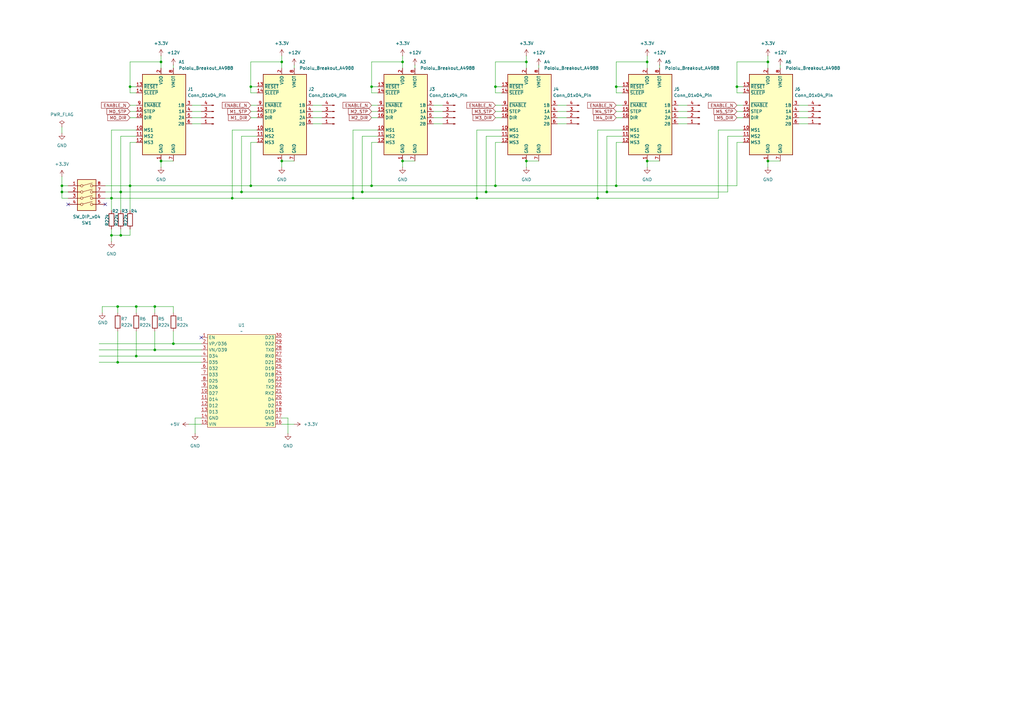
<source format=kicad_sch>
(kicad_sch (version 20250114) (generator "eeschema") (generator_version "9.0")
  (paper "A3")
  (lib_symbols
    (symbol "Connector:Conn_01x04_Pin" (pin_names (offset 1.016) (hide yes))
      (property "Reference" "J" (at 0 5.08 0))
      (property "Value" "Conn_01x04_Pin" (at 0 -7.62 0))
      (symbol "Conn_01x04_Pin_1_1"
        (rectangle (start 0.8636 2.667) (end 0 2.413) (stroke (width 0.1524)) (fill (type outline)))
        (rectangle (start 0.8636 0.127) (end 0 -0.127) (stroke (width 0.1524)) (fill (type outline)))
        (rectangle (start 0.8636 -2.413) (end 0 -2.667) (stroke (width 0.1524)) (fill (type outline)))
        (rectangle (start 0.8636 -4.953) (end 0 -5.207) (stroke (width 0.1524)) (fill (type outline)))
        (polyline (pts (xy 1.27 2.54) (xy 0.8636 2.54)) (stroke (width 0.1524)))
        (polyline (pts (xy 1.27 0) (xy 0.8636 0)) (stroke (width 0.1524)))
        (polyline (pts (xy 1.27 -2.54) (xy 0.8636 -2.54)) (stroke (width 0.1524)))
        (polyline (pts (xy 1.27 -5.08) (xy 0.8636 -5.08)) (stroke (width 0.1524)))
        (pin passive line (at 5.08 2.54 180) (length 3.81) (name "Pin_1") (number "1"))
        (pin passive line (at 5.08 0 180) (length 3.81) (name "Pin_2") (number "2"))
        (pin passive line (at 5.08 -2.54 180) (length 3.81) (name "Pin_3") (number "3"))
        (pin passive line (at 5.08 -5.08 180) (length 3.81) (name "Pin_4") (number "4"))
      )
    )
    (symbol "Device:R" (pin_numbers (hide yes)) (pin_names (offset 0))
      (property "Reference" "R" (at 2.032 0 90))
      (property "Value" "R" (at 0 0 90))
      (symbol "R_0_1"
        (rectangle (start -1.016 -2.54) (end 1.016 2.54) (stroke (width 0.254)))
      )
      (symbol "R_1_1"
        (pin passive line (at 0 3.81 270) (length 1.27) (name "~") (number "1"))
        (pin passive line (at 0 -3.81 90) (length 1.27) (name "~") (number "2"))
      )
    )
    (symbol "Driver_Motor:Pololu_Breakout_A4988"
      (property "Reference" "A" (at -2.54 19.05 0))
      (property "Value" "Pololu_Breakout_A4988" (at -2.54 16.51 0))
      (symbol "Pololu_Breakout_A4988_0_1"
        (rectangle (start 10.16 -17.78) (end -7.62 15.24) (stroke (width 0.254)) (fill (type background)))
      )
      (symbol "Pololu_Breakout_A4988_1_1"
        (pin input line (at -10.16 10.16 0) (length 2.54) (name "~{RESET}") (number "13"))
        (pin input line (at -10.16 7.62 0) (length 2.54) (name "~{SLEEP}") (number "14"))
        (pin input line (at -10.16 2.54 0) (length 2.54) (name "~{ENABLE}") (number "9"))
        (pin input line (at -10.16 0 0) (length 2.54) (name "STEP") (number "15"))
        (pin input line (at -10.16 -2.54 0) (length 2.54) (name "DIR") (number "16"))
        (pin input line (at -10.16 -7.62 0) (length 2.54) (name "MS1") (number "10"))
        (pin input line (at -10.16 -10.16 0) (length 2.54) (name "MS2") (number "11"))
        (pin input line (at -10.16 -12.7 0) (length 2.54) (name "MS3") (number "12"))
        (pin power_in line (at 0 17.78 270) (length 2.54) (name "VDD") (number "2"))
        (pin power_in line (at 0 -20.32 90) (length 2.54) (name "GND") (number "1"))
        (pin power_in line (at 5.08 17.78 270) (length 2.54) (name "VMOT") (number "8"))
        (pin power_in line (at 5.08 -20.32 90) (length 2.54) (name "GND") (number "7"))
        (pin output line (at 12.7 2.54 180) (length 2.54) (name "1B") (number "3"))
        (pin output line (at 12.7 0 180) (length 2.54) (name "1A") (number "4"))
        (pin output line (at 12.7 -2.54 180) (length 2.54) (name "2A") (number "5"))
        (pin output line (at 12.7 -5.08 180) (length 2.54) (name "2B") (number "6"))
      )
    )
    (symbol "Switch:SW_DIP_x04" (pin_names (offset 0) (hide yes))
      (property "Reference" "SW" (at 0 8.89 0))
      (property "Value" "SW_DIP_x04" (at 0 -6.35 0))
      (symbol "SW_DIP_x04_0_0"
        (circle (center -2.032 5.08) (radius 0.508))
        (circle (center -2.032 2.54) (radius 0.508))
        (circle (center -2.032 0) (radius 0.508))
        (circle (center -2.032 -2.54) (radius 0.508))
        (polyline (pts (xy -1.524 5.207) (xy 2.3622 6.2484)))
        (polyline (pts (xy -1.524 2.667) (xy 2.3622 3.7084)))
        (polyline (pts (xy -1.524 0.127) (xy 2.3622 1.1684)))
        (polyline (pts (xy -1.524 -2.3876) (xy 2.3622 -1.3462)))
        (circle (center 2.032 5.08) (radius 0.508))
        (circle (center 2.032 2.54) (radius 0.508))
        (circle (center 2.032 0) (radius 0.508))
        (circle (center 2.032 -2.54) (radius 0.508))
      )
      (symbol "SW_DIP_x04_0_1"
        (rectangle (start -3.81 7.62) (end 3.81 -5.08) (stroke (width 0.254)) (fill (type background)))
      )
      (symbol "SW_DIP_x04_1_1"
        (pin passive line (at -7.62 5.08 0) (length 5.08) (name "~") (number "1"))
        (pin passive line (at -7.62 2.54 0) (length 5.08) (name "~") (number "2"))
        (pin passive line (at -7.62 0 0) (length 5.08) (name "~") (number "3"))
        (pin passive line (at -7.62 -2.54 0) (length 5.08) (name "~") (number "4"))
        (pin passive line (at 7.62 5.08 180) (length 5.08) (name "~") (number "8"))
        (pin passive line (at 7.62 2.54 180) (length 5.08) (name "~") (number "7"))
        (pin passive line (at 7.62 0 180) (length 5.08) (name "~") (number "6"))
        (pin passive line (at 7.62 -2.54 180) (length 5.08) (name "~") (number "5"))
      )
    )
    (symbol "plotter:esp32_wroom_doit_devB"
      (property "Reference" "U1" (at 0 22.86 0))
      (property "Value" "~" (at 0 20.32 0))
      (symbol "esp32_wroom_doit_devB_1_1"
        (rectangle (start -13.97 19.05) (end 13.97 -19.05) (fill (type background)))
        (pin input line (at -16.51 17.78 0) (length 2.54) (name "EN") (number "1"))
        (pin input line (at -16.51 15.24 0) (length 2.54) (name "VP/D36") (number "2"))
        (pin input line (at -16.51 12.7 0) (length 2.54) (name "VN/D39") (number "3"))
        (pin input line (at -16.51 10.16 0) (length 2.54) (name "D34") (number "4"))
        (pin input line (at -16.51 7.62 0) (length 2.54) (name "D35") (number "5"))
        (pin output line (at -16.51 5.08 0) (length 2.54) (name "D32") (number "6"))
        (pin output line (at -16.51 2.54 0) (length 2.54) (name "D33") (number "7"))
        (pin output line (at -16.51 0 0) (length 2.54) (name "D25") (number "8"))
        (pin output line (at -16.51 -2.54 0) (length 2.54) (name "D26") (number "9"))
        (pin output line (at -16.51 -5.08 0) (length 2.54) (name "D27") (number "10"))
        (pin input line (at -16.51 -7.62 0) (length 2.54) (name "D14") (number "11"))
        (pin input line (at -16.51 -10.16 0) (length 2.54) (name "D12") (number "12"))
        (pin output line (at -16.51 -12.7 0) (length 2.54) (name "D13") (number "13"))
        (pin input line (at -16.51 -15.24 0) (length 2.54) (name "GND") (number "14"))
        (pin input line (at -16.51 -17.78 0) (length 2.54) (name "VIN") (number "15"))
        (pin input line (at 16.51 17.78 180) (length 2.54) (name "D23") (number "30"))
        (pin input line (at 16.51 15.24 180) (length 2.54) (name "D22") (number "29"))
        (pin input line (at 16.51 12.7 180) (length 2.54) (name "TX0") (number "28"))
        (pin input line (at 16.51 10.16 180) (length 2.54) (name "RX0") (number "27"))
        (pin output line (at 16.51 7.62 180) (length 2.54) (name "D21") (number "26"))
        (pin output line (at 16.51 5.08 180) (length 2.54) (name "D19") (number "25"))
        (pin output line (at 16.51 2.54 180) (length 2.54) (name "D18") (number "24"))
        (pin input line (at 16.51 0 180) (length 2.54) (name "D5") (number "23"))
        (pin input line (at 16.51 -2.54 180) (length 2.54) (name "TX2") (number "22"))
        (pin input line (at 16.51 -5.08 180) (length 2.54) (name "RX2") (number "21"))
        (pin input line (at 16.51 -7.62 180) (length 2.54) (name "D4") (number "20"))
        (pin input line (at 16.51 -10.16 180) (length 2.54) (name "D2") (number "19"))
        (pin input line (at 16.51 -12.7 180) (length 2.54) (name "D15") (number "18"))
        (pin input line (at 16.51 -15.24 180) (length 2.54) (name "GND") (number "17"))
        (pin power_out line (at 16.51 -17.78 180) (length 2.54) (name "3V3") (number "16"))
      )
    )
    (symbol "power:+12V" (power) (pin_numbers (hide yes)) (pin_names (offset 0) (hide yes))
      (property "Value" "+12V" (at 0 3.556 0))
      (symbol "+12V_0_1"
        (polyline (pts (xy -0.762 1.27) (xy 0 2.54)))
        (polyline (pts (xy 0 2.54) (xy 0.762 1.27)))
        (polyline (pts (xy 0 0) (xy 0 2.54)))
      )
      (symbol "+12V_1_1"
        (pin power_in line (at 0 0 90) (length 0) (name "~") (number "1"))
      )
    )
    (symbol "power:+3.3V" (power) (pin_numbers (hide yes)) (pin_names (offset 0) (hide yes))
      (property "Value" "+3.3V" (at 0 3.556 0))
      (symbol "+3.3V_0_1"
        (polyline (pts (xy -0.762 1.27) (xy 0 2.54)))
        (polyline (pts (xy 0 2.54) (xy 0.762 1.27)))
        (polyline (pts (xy 0 0) (xy 0 2.54)))
      )
      (symbol "+3.3V_1_1"
        (pin power_in line (at 0 0 90) (length 0) (name "~") (number "1"))
      )
    )
    (symbol "power:+5V" (power) (pin_numbers (hide yes)) (pin_names (offset 0) (hide yes))
      (property "Value" "+5V" (at 0 3.556 0))
      (symbol "+5V_0_1"
        (polyline (pts (xy -0.762 1.27) (xy 0 2.54)))
        (polyline (pts (xy 0 2.54) (xy 0.762 1.27)))
        (polyline (pts (xy 0 0) (xy 0 2.54)))
      )
      (symbol "+5V_1_1"
        (pin power_in line (at 0 0 90) (length 0) (name "~") (number "1"))
      )
    )
    (symbol "power:GND" (power) (pin_numbers (hide yes)) (pin_names (offset 0) (hide yes))
      (property "Value" "GND" (at 0 -3.81 0))
      (symbol "GND_0_1"
        (polyline (pts (xy 0 0) (xy 0 -1.27) (xy 1.27 -1.27) (xy 0 -2.54) (xy -1.27 -1.27) (xy 0 -1.27)))
      )
      (symbol "GND_1_1"
        (pin power_in line (at 0 0 270) (length 0) (name "~") (number "1"))
      )
    )
    (symbol "power:PWR_FLAG" (power) (pin_numbers (hide yes)) (pin_names (offset 0) (hide yes))
      (property "Value" "PWR_FLAG" (at 0 3.81 0))
      (symbol "PWR_FLAG_0_0"
        (pin power_out line (at 0 0 90) (length 0) (name "~") (number "1"))
      )
      (symbol "PWR_FLAG_0_1"
        (polyline (pts (xy 0 0) (xy 0 1.27) (xy -1.016 1.905) (xy 0 2.54) (xy 1.016 1.905) (xy 0 1.27)))
      )
    )
  )
  (junction (at 53.34 35.56))
  (junction (at 53.34 76.2))
  (junction (at 152.4 35.56))
  (junction (at 48.26 125.73))
  (junction (at 48.26 148.59))
  (junction (at 66.04 25.4))
  (junction (at 102.87 35.56))
  (junction (at 314.96 25.4))
  (junction (at 49.53 96.52))
  (junction (at 252.73 76.2))
  (junction (at 55.88 146.05))
  (junction (at 165.1 25.4))
  (junction (at 314.96 66.04))
  (junction (at 49.53 78.74))
  (junction (at 195.58 81.28))
  (junction (at 115.57 66.04))
  (junction (at 99.06 78.74))
  (junction (at 165.1 66.04))
  (junction (at 95.25 81.28))
  (junction (at 63.5 143.51))
  (junction (at 63.5 125.73))
  (junction (at 248.92 78.74))
  (junction (at 115.57 25.4))
  (junction (at 203.2 76.2))
  (junction (at 245.11 81.28))
  (junction (at 102.87 76.2))
  (junction (at 199.39 78.74))
  (junction (at 144.78 81.28))
  (junction (at 252.73 35.56))
  (junction (at 55.88 125.73))
  (junction (at 66.04 66.04))
  (junction (at 215.9 25.4))
  (junction (at 45.72 96.52))
  (junction (at 215.9 66.04))
  (junction (at 265.43 66.04))
  (junction (at 71.12 140.97))
  (junction (at 152.4 76.2))
  (junction (at 45.72 81.28))
  (junction (at 148.59 78.74))
  (junction (at 25.4 76.2))
  (junction (at 25.4 78.74))
  (junction (at 203.2 35.56))
  (junction (at 302.26 35.56))
  (junction (at 265.43 25.4))
  (no_connect (at 27.94 83.82))
  (no_connect (at 82.55 138.43))
  (no_connect (at 43.18 83.82))
  (wire (pts (xy 199.39 55.88) (xy 205.74 55.88)))
  (wire (pts (xy 128.27 45.72) (xy 132.08 45.72)))
  (wire (pts (xy 53.34 76.2) (xy 53.34 86.36)))
  (wire (pts (xy 278.13 43.18) (xy 281.94 43.18)))
  (wire (pts (xy 66.04 25.4) (xy 66.04 27.94)))
  (wire (pts (xy 320.04 26.67) (xy 320.04 27.94)))
  (wire (pts (xy 327.66 43.18) (xy 331.47 43.18)))
  (wire (pts (xy 45.72 53.34) (xy 55.88 53.34)))
  (wire (pts (xy 298.45 55.88) (xy 304.8 55.88)))
  (wire (pts (xy 53.34 45.72) (xy 55.88 45.72)))
  (wire (pts (xy 49.53 78.74) (xy 99.06 78.74)))
  (wire (pts (xy 302.26 43.18) (xy 304.8 43.18)))
  (wire (pts (xy 203.2 48.26) (xy 205.74 48.26)))
  (wire (pts (xy 128.27 50.8) (xy 132.08 50.8)))
  (wire (pts (xy 152.4 76.2) (xy 152.4 58.42)))
  (wire (pts (xy 152.4 45.72) (xy 154.94 45.72)))
  (wire (pts (xy 95.25 81.28) (xy 144.78 81.28)))
  (wire (pts (xy 327.66 48.26) (xy 331.47 48.26)))
  (wire (pts (xy 48.26 125.73) (xy 48.26 128.27)))
  (wire (pts (xy 115.57 66.04) (xy 120.65 66.04)))
  (wire (pts (xy 294.64 53.34) (xy 304.8 53.34)))
  (wire (pts (xy 252.73 35.56) (xy 252.73 38.1)))
  (wire (pts (xy 45.72 81.28) (xy 95.25 81.28)))
  (wire (pts (xy 215.9 66.04) (xy 215.9 68.58)))
  (wire (pts (xy 53.34 35.56) (xy 55.88 35.56)))
  (wire (pts (xy 99.06 55.88) (xy 105.41 55.88)))
  (wire (pts (xy 195.58 81.28) (xy 195.58 53.34)))
  (wire (pts (xy 48.26 148.59) (xy 48.26 135.89)))
  (wire (pts (xy 78.74 48.26) (xy 82.55 48.26)))
  (wire (pts (xy 115.57 25.4) (xy 115.57 27.94)))
  (wire (pts (xy 55.88 38.1) (xy 53.34 38.1)))
  (wire (pts (xy 45.72 96.52) (xy 49.53 96.52)))
  (wire (pts (xy 165.1 25.4) (xy 152.4 25.4)))
  (wire (pts (xy 252.73 43.18) (xy 255.27 43.18)))
  (wire (pts (xy 99.06 78.74) (xy 99.06 55.88)))
  (wire (pts (xy 152.4 25.4) (xy 152.4 35.56)))
  (wire (pts (xy 152.4 35.56) (xy 152.4 38.1)))
  (wire (pts (xy 63.5 143.51) (xy 63.5 135.89)))
  (wire (pts (xy 43.18 78.74) (xy 49.53 78.74)))
  (wire (pts (xy 78.74 45.72) (xy 82.55 45.72)))
  (wire (pts (xy 102.87 35.56) (xy 102.87 38.1)))
  (wire (pts (xy 298.45 78.74) (xy 298.45 55.88)))
  (wire (pts (xy 66.04 66.04) (xy 66.04 68.58)))
  (wire (pts (xy 170.18 26.67) (xy 170.18 27.94)))
  (wire (pts (xy 25.4 78.74) (xy 25.4 81.28)))
  (wire (pts (xy 82.55 148.59) (xy 48.26 148.59)))
  (wire (pts (xy 215.9 25.4) (xy 215.9 27.94)))
  (wire (pts (xy 25.4 76.2) (xy 27.94 76.2)))
  (wire (pts (xy 248.92 78.74) (xy 248.92 55.88)))
  (wire (pts (xy 45.72 81.28) (xy 45.72 53.34)))
  (wire (pts (xy 53.34 43.18) (xy 55.88 43.18)))
  (wire (pts (xy 63.5 125.73) (xy 63.5 128.27)))
  (wire (pts (xy 25.4 76.2) (xy 25.4 78.74)))
  (wire (pts (xy 199.39 78.74) (xy 248.92 78.74)))
  (wire (pts (xy 302.26 58.42) (xy 304.8 58.42)))
  (wire (pts (xy 95.25 81.28) (xy 95.25 53.34)))
  (wire (pts (xy 144.78 81.28) (xy 195.58 81.28)))
  (wire (pts (xy 49.53 96.52) (xy 53.34 96.52)))
  (wire (pts (xy 177.8 50.8) (xy 181.61 50.8)))
  (wire (pts (xy 165.1 66.04) (xy 170.18 66.04)))
  (wire (pts (xy 327.66 45.72) (xy 331.47 45.72)))
  (wire (pts (xy 220.98 26.67) (xy 220.98 27.94)))
  (wire (pts (xy 144.78 81.28) (xy 144.78 53.34)))
  (wire (pts (xy 82.55 143.51) (xy 63.5 143.51)))
  (wire (pts (xy 102.87 43.18) (xy 105.41 43.18)))
  (wire (pts (xy 228.6 45.72) (xy 232.41 45.72)))
  (wire (pts (xy 82.55 146.05) (xy 55.88 146.05)))
  (wire (pts (xy 302.26 35.56) (xy 302.26 38.1)))
  (wire (pts (xy 177.8 45.72) (xy 181.61 45.72)))
  (wire (pts (xy 148.59 55.88) (xy 154.94 55.88)))
  (wire (pts (xy 265.43 25.4) (xy 265.43 27.94)))
  (wire (pts (xy 78.74 43.18) (xy 82.55 43.18)))
  (wire (pts (xy 252.73 58.42) (xy 255.27 58.42)))
  (wire (pts (xy 25.4 52.07) (xy 25.4 54.61)))
  (wire (pts (xy 245.11 81.28) (xy 294.64 81.28)))
  (wire (pts (xy 195.58 81.28) (xy 245.11 81.28)))
  (wire (pts (xy 152.4 76.2) (xy 203.2 76.2)))
  (wire (pts (xy 203.2 58.42) (xy 205.74 58.42)))
  (wire (pts (xy 203.2 35.56) (xy 205.74 35.56)))
  (wire (pts (xy 203.2 76.2) (xy 252.73 76.2)))
  (wire (pts (xy 80.01 171.45) (xy 82.55 171.45)))
  (wire (pts (xy 40.64 146.05) (xy 55.88 146.05)))
  (wire (pts (xy 95.25 53.34) (xy 105.41 53.34)))
  (wire (pts (xy 265.43 66.04) (xy 270.51 66.04)))
  (wire (pts (xy 252.73 25.4) (xy 252.73 35.56)))
  (wire (pts (xy 53.34 76.2) (xy 53.34 58.42)))
  (wire (pts (xy 49.53 78.74) (xy 49.53 86.36)))
  (wire (pts (xy 53.34 76.2) (xy 102.87 76.2)))
  (wire (pts (xy 302.26 35.56) (xy 304.8 35.56)))
  (wire (pts (xy 49.53 96.52) (xy 49.53 93.98)))
  (wire (pts (xy 245.11 53.34) (xy 255.27 53.34)))
  (wire (pts (xy 43.18 76.2) (xy 53.34 76.2)))
  (wire (pts (xy 152.4 35.56) (xy 154.94 35.56)))
  (wire (pts (xy 40.64 140.97) (xy 71.12 140.97)))
  (wire (pts (xy 99.06 78.74) (xy 148.59 78.74)))
  (wire (pts (xy 120.65 26.67) (xy 120.65 27.94)))
  (wire (pts (xy 45.72 96.52) (xy 45.72 99.06)))
  (wire (pts (xy 302.26 48.26) (xy 304.8 48.26)))
  (wire (pts (xy 53.34 35.56) (xy 53.34 38.1)))
  (wire (pts (xy 77.47 173.99) (xy 82.55 173.99)))
  (wire (pts (xy 248.92 55.88) (xy 255.27 55.88)))
  (wire (pts (xy 105.41 38.1) (xy 102.87 38.1)))
  (wire (pts (xy 115.57 22.86) (xy 115.57 25.4)))
  (wire (pts (xy 252.73 76.2) (xy 302.26 76.2)))
  (wire (pts (xy 115.57 173.99) (xy 120.65 173.99)))
  (wire (pts (xy 265.43 66.04) (xy 265.43 68.58)))
  (wire (pts (xy 45.72 81.28) (xy 45.72 86.36)))
  (wire (pts (xy 148.59 78.74) (xy 199.39 78.74)))
  (wire (pts (xy 203.2 43.18) (xy 205.74 43.18)))
  (wire (pts (xy 177.8 48.26) (xy 181.61 48.26)))
  (wire (pts (xy 40.64 143.51) (xy 63.5 143.51)))
  (wire (pts (xy 53.34 58.42) (xy 55.88 58.42)))
  (wire (pts (xy 205.74 38.1) (xy 203.2 38.1)))
  (wire (pts (xy 215.9 66.04) (xy 220.98 66.04)))
  (wire (pts (xy 314.96 66.04) (xy 314.96 68.58)))
  (wire (pts (xy 215.9 22.86) (xy 215.9 25.4)))
  (wire (pts (xy 215.9 25.4) (xy 203.2 25.4)))
  (wire (pts (xy 63.5 125.73) (xy 71.12 125.73)))
  (wire (pts (xy 102.87 48.26) (xy 105.41 48.26)))
  (wire (pts (xy 53.34 48.26) (xy 55.88 48.26)))
  (wire (pts (xy 71.12 125.73) (xy 71.12 128.27)))
  (wire (pts (xy 115.57 66.04) (xy 115.57 68.58)))
  (wire (pts (xy 248.92 78.74) (xy 298.45 78.74)))
  (wire (pts (xy 66.04 25.4) (xy 53.34 25.4)))
  (wire (pts (xy 25.4 78.74) (xy 27.94 78.74)))
  (wire (pts (xy 165.1 25.4) (xy 165.1 27.94)))
  (wire (pts (xy 278.13 50.8) (xy 281.94 50.8)))
  (wire (pts (xy 228.6 50.8) (xy 232.41 50.8)))
  (wire (pts (xy 152.4 48.26) (xy 154.94 48.26)))
  (wire (pts (xy 152.4 43.18) (xy 154.94 43.18)))
  (wire (pts (xy 165.1 22.86) (xy 165.1 25.4)))
  (wire (pts (xy 252.73 35.56) (xy 255.27 35.56)))
  (wire (pts (xy 144.78 53.34) (xy 154.94 53.34)))
  (wire (pts (xy 80.01 177.8) (xy 80.01 171.45)))
  (wire (pts (xy 278.13 48.26) (xy 281.94 48.26)))
  (wire (pts (xy 53.34 96.52) (xy 53.34 93.98)))
  (wire (pts (xy 45.72 96.52) (xy 45.72 93.98)))
  (wire (pts (xy 302.26 25.4) (xy 302.26 35.56)))
  (wire (pts (xy 177.8 43.18) (xy 181.61 43.18)))
  (wire (pts (xy 304.8 38.1) (xy 302.26 38.1)))
  (wire (pts (xy 49.53 55.88) (xy 55.88 55.88)))
  (wire (pts (xy 118.11 177.8) (xy 118.11 171.45)))
  (wire (pts (xy 71.12 135.89) (xy 71.12 140.97)))
  (wire (pts (xy 245.11 81.28) (xy 245.11 53.34)))
  (wire (pts (xy 49.53 78.74) (xy 49.53 55.88)))
  (wire (pts (xy 203.2 76.2) (xy 203.2 58.42)))
  (wire (pts (xy 25.4 81.28) (xy 27.94 81.28)))
  (wire (pts (xy 128.27 43.18) (xy 132.08 43.18)))
  (wire (pts (xy 55.88 146.05) (xy 55.88 135.89)))
  (wire (pts (xy 102.87 35.56) (xy 105.41 35.56)))
  (wire (pts (xy 71.12 140.97) (xy 82.55 140.97)))
  (wire (pts (xy 66.04 22.86) (xy 66.04 25.4)))
  (wire (pts (xy 314.96 25.4) (xy 314.96 27.94)))
  (wire (pts (xy 314.96 25.4) (xy 302.26 25.4)))
  (wire (pts (xy 203.2 35.56) (xy 203.2 38.1)))
  (wire (pts (xy 152.4 58.42) (xy 154.94 58.42)))
  (wire (pts (xy 302.26 76.2) (xy 302.26 58.42)))
  (wire (pts (xy 102.87 76.2) (xy 102.87 58.42)))
  (wire (pts (xy 278.13 45.72) (xy 281.94 45.72)))
  (wire (pts (xy 252.73 76.2) (xy 252.73 58.42)))
  (wire (pts (xy 41.91 128.27) (xy 41.91 125.73)))
  (wire (pts (xy 115.57 25.4) (xy 102.87 25.4)))
  (wire (pts (xy 66.04 66.04) (xy 71.12 66.04)))
  (wire (pts (xy 102.87 45.72) (xy 105.41 45.72)))
  (wire (pts (xy 265.43 25.4) (xy 252.73 25.4)))
  (wire (pts (xy 203.2 45.72) (xy 205.74 45.72)))
  (wire (pts (xy 228.6 43.18) (xy 232.41 43.18)))
  (wire (pts (xy 55.88 125.73) (xy 55.88 128.27)))
  (wire (pts (xy 43.18 81.28) (xy 45.72 81.28)))
  (wire (pts (xy 102.87 58.42) (xy 105.41 58.42)))
  (wire (pts (xy 53.34 25.4) (xy 53.34 35.56)))
  (wire (pts (xy 78.74 50.8) (xy 82.55 50.8)))
  (wire (pts (xy 294.64 81.28) (xy 294.64 53.34)))
  (wire (pts (xy 48.26 125.73) (xy 55.88 125.73)))
  (wire (pts (xy 265.43 22.86) (xy 265.43 25.4)))
  (wire (pts (xy 118.11 171.45) (xy 115.57 171.45)))
  (wire (pts (xy 41.91 125.73) (xy 48.26 125.73)))
  (wire (pts (xy 314.96 66.04) (xy 320.04 66.04)))
  (wire (pts (xy 327.66 50.8) (xy 331.47 50.8)))
  (wire (pts (xy 252.73 48.26) (xy 255.27 48.26)))
  (wire (pts (xy 55.88 125.73) (xy 63.5 125.73)))
  (wire (pts (xy 40.64 148.59) (xy 48.26 148.59)))
  (wire (pts (xy 195.58 53.34) (xy 205.74 53.34)))
  (wire (pts (xy 252.73 45.72) (xy 255.27 45.72)))
  (wire (pts (xy 71.12 26.67) (xy 71.12 27.94)))
  (wire (pts (xy 148.59 78.74) (xy 148.59 55.88)))
  (wire (pts (xy 128.27 48.26) (xy 132.08 48.26)))
  (wire (pts (xy 203.2 25.4) (xy 203.2 35.56)))
  (wire (pts (xy 199.39 78.74) (xy 199.39 55.88)))
  (wire (pts (xy 314.96 22.86) (xy 314.96 25.4)))
  (wire (pts (xy 154.94 38.1) (xy 152.4 38.1)))
  (wire (pts (xy 165.1 66.04) (xy 165.1 68.58)))
  (wire (pts (xy 302.26 45.72) (xy 304.8 45.72)))
  (wire (pts (xy 270.51 26.67) (xy 270.51 27.94)))
  (wire (pts (xy 228.6 48.26) (xy 232.41 48.26)))
  (wire (pts (xy 255.27 38.1) (xy 252.73 38.1)))
  (wire (pts (xy 102.87 25.4) (xy 102.87 35.56)))
  (wire (pts (xy 25.4 72.39) (xy 25.4 76.2)))
  (wire (pts (xy 102.87 76.2) (xy 152.4 76.2)))
  (global_label "M4_STP" (shape input) (at 252.73 45.72 180) (property "Intersheetrefs" "${INTERSHEET_REFS}" (effects (hide yes))))
  (global_label "ENABLE_N" (shape input) (at 252.73 43.18 180) (property "Intersheetrefs" "${INTERSHEET_REFS}" (effects (hide yes))))
  (global_label "M1_DIR" (shape input) (at 102.87 48.26 180) (property "Intersheetrefs" "${INTERSHEET_REFS}" (effects (hide yes))))
  (global_label "M1_STP" (shape input) (at 102.87 45.72 180) (property "Intersheetrefs" "${INTERSHEET_REFS}" (effects (hide yes))))
  (global_label "ENABLE_N" (shape input) (at 302.26 43.18 180) (property "Intersheetrefs" "${INTERSHEET_REFS}" (effects (hide yes))))
  (global_label "M0_STP" (shape input) (at 53.34 45.72 180) (property "Intersheetrefs" "${INTERSHEET_REFS}" (effects (hide yes))))
  (global_label "M2_STP" (shape input) (at 152.4 45.72 180) (property "Intersheetrefs" "${INTERSHEET_REFS}" (effects (hide yes))))
  (global_label "M3_STP" (shape input) (at 203.2 45.72 180) (property "Intersheetrefs" "${INTERSHEET_REFS}" (effects (hide yes))))
  (global_label "M0_DIR" (shape input) (at 53.34 48.26 180) (property "Intersheetrefs" "${INTERSHEET_REFS}" (effects (hide yes))))
  (global_label "M5_STP" (shape input) (at 302.26 45.72 180) (property "Intersheetrefs" "${INTERSHEET_REFS}" (effects (hide yes))))
  (global_label "ENABLE_N" (shape input) (at 152.4 43.18 180) (property "Intersheetrefs" "${INTERSHEET_REFS}" (effects (hide yes))))
  (global_label "M3_DIR" (shape input) (at 203.2 48.26 180) (property "Intersheetrefs" "${INTERSHEET_REFS}" (effects (hide yes))))
  (global_label "ENABLE_N" (shape input) (at 203.2 43.18 180) (property "Intersheetrefs" "${INTERSHEET_REFS}" (effects (hide yes))))
  (global_label "M2_DIR" (shape input) (at 152.4 48.26 180) (property "Intersheetrefs" "${INTERSHEET_REFS}" (effects (hide yes))))
  (global_label "M4_DIR" (shape input) (at 252.73 48.26 180) (property "Intersheetrefs" "${INTERSHEET_REFS}" (effects (hide yes))))
  (global_label "M5_DIR" (shape input) (at 302.26 48.26 180) (property "Intersheetrefs" "${INTERSHEET_REFS}" (effects (hide yes))))
  (global_label "ENABLE_N" (shape input) (at 53.34 43.18 180) (property "Intersheetrefs" "${INTERSHEET_REFS}" (effects (hide yes))))
  (global_label "ENABLE_N" (shape input) (at 102.87 43.18 180) (property "Intersheetrefs" "${INTERSHEET_REFS}" (effects (hide yes))))
  (symbol (lib_id "power:GND") (at 45.72 99.06 0) (unit 1)
    (property "Reference" "#PWR04" (effects (hide yes)))
    (property "Value" "GND" (at 45.72 104.14 0))
    (property "Description" "Power symbol creates a global label with name \"GND\" , ground" (effects (hide yes)))
  )
  (symbol (lib_id "power:+3.3V") (at 66.04 22.86 0) (unit 1)
    (property "Reference" "#PWR03" (effects (hide yes)))
    (property "Value" "+3.3V" (at 66.04 17.78 0))
    (property "Description" "Power symbol creates a global label with name \"+3.3V\"" (effects (hide yes)))
  )
  (symbol (lib_id "Driver_Motor:Pololu_Breakout_A4988") (at 66.04 45.72 0) (unit 1)
    (property "Reference" "A1" (at 73.2633 25.4 0) (effects (justify left)))
    (property "Value" "Pololu_Breakout_A4988" (at 73.2633 27.94 0) (effects (justify left)))
    (property "Footprint" "Module:Pololu_Breakout-16_15.2x20.3mm" (effects (hide yes)))
    (property "Datasheet" "https://www.pololu.com/product/2980/pictures" (effects (hide yes)))
    (property "Description" "Pololu Breakout Board, Stepper Driver A4988" (effects (hide yes)))
  )
  (symbol (lib_id "Device:R") (at 53.34 90.17 0) (unit 1)
    (property "Reference" "R4" (at 53.594 86.614 0) (effects (justify left)))
    (property "Value" "R22k" (at 51.562 92.71 90) (effects (justify left)))
    (property "Description" "Resistor" (effects (hide yes)))
  )
  (symbol (lib_id "power:+3.3V") (at 115.57 22.86 0) (unit 1)
    (property "Reference" "#PWR05" (effects (hide yes)))
    (property "Value" "+3.3V" (at 115.57 17.78 0))
    (property "Description" "Power symbol creates a global label with name \"+3.3V\"" (effects (hide yes)))
  )
  (symbol (lib_id "power:+12V") (at 71.12 26.67 0) (unit 1)
    (property "Reference" "#PWR02" (effects (hide yes)))
    (property "Value" "+12V" (at 71.12 21.59 0))
    (property "Description" "Power symbol creates a global label with name \"+12V\"" (effects (hide yes)))
  )
  (symbol (lib_id "power:GND") (at 314.96 68.58 0) (unit 1)
    (property "Reference" "#PWR019" (effects (hide yes)))
    (property "Value" "GND" (at 314.96 73.66 0))
    (property "Description" "Power symbol creates a global label with name \"GND\" , ground" (effects (hide yes)))
  )
  (symbol (lib_id "power:+3.3V") (at 165.1 22.86 0) (unit 1)
    (property "Reference" "#PWR08" (effects (hide yes)))
    (property "Value" "+3.3V" (at 165.1 17.78 0))
    (property "Description" "Power symbol creates a global label with name \"+3.3V\"" (effects (hide yes)))
  )
  (symbol (lib_id "Device:R") (at 48.26 132.08 0) (unit 1)
    (property "Reference" "R7" (at 49.53 130.81 0) (effects (justify left)))
    (property "Value" "R22k" (at 49.53 133.35 0) (effects (justify left)))
    (property "Description" "Resistor" (effects (hide yes)))
  )
  (symbol (lib_id "power:GND") (at 41.91 128.27 0) (unit 1)
    (property "Reference" "#PWR024" (effects (hide yes)))
    (property "Value" "GND" (at 42.164 132.334 0))
    (property "Description" "Power symbol creates a global label with name \"GND\" , ground" (effects (hide yes)))
  )
  (symbol (lib_id "Device:R") (at 49.53 90.17 0) (unit 1)
    (property "Reference" "R3" (at 49.784 86.614 0) (effects (justify left)))
    (property "Value" "R22k" (at 47.752 92.71 90) (effects (justify left)))
    (property "Description" "Resistor" (effects (hide yes)))
  )
  (symbol (lib_id "power:GND") (at 265.43 68.58 0) (unit 1)
    (property "Reference" "#PWR016" (effects (hide yes)))
    (property "Value" "GND" (at 265.43 73.66 0))
    (property "Description" "Power symbol creates a global label with name \"GND\" , ground" (effects (hide yes)))
  )
  (symbol (lib_id "power:+3.3V") (at 120.65 173.99 270) (unit 1)
    (property "Reference" "#PWR021" (effects (hide yes)))
    (property "Value" "+3.3V" (at 124.46 173.9899 90) (effects (justify left)))
    (property "Description" "Power symbol creates a global label with name \"+3.3V\"" (effects (hide yes)))
  )
  (symbol (lib_id "Driver_Motor:Pololu_Breakout_A4988") (at 115.57 45.72 0) (unit 1)
    (property "Reference" "A2" (at 122.7933 25.4 0) (effects (justify left)))
    (property "Value" "Pololu_Breakout_A4988" (at 122.7933 27.94 0) (effects (justify left)))
    (property "Footprint" "Module:Pololu_Breakout-16_15.2x20.3mm" (effects (hide yes)))
    (property "Datasheet" "https://www.pololu.com/product/2980/pictures" (effects (hide yes)))
    (property "Description" "Pololu Breakout Board, Stepper Driver A4988" (effects (hide yes)))
  )
  (symbol (lib_id "Device:R") (at 71.12 132.08 0) (unit 1)
    (property "Reference" "R1" (at 72.39 130.81 0) (effects (justify left)))
    (property "Value" "R22k" (at 72.39 133.35 0) (effects (justify left)))
    (property "Description" "Resistor" (effects (hide yes)))
  )
  (symbol (lib_id "Connector:Conn_01x04_Pin") (at 237.49 48.26 180) (unit 1)
    (property "Reference" "J4" (at 226.822 36.576 0) (effects (justify right)))
    (property "Value" "Conn_01x04_Pin" (at 226.822 39.116 0) (effects (justify right)))
    (property "Description" "Generic connector, single row, 01x04, script generated" (effects (hide yes)))
  )
  (symbol (lib_id "power:GND") (at 80.01 177.8 0) (unit 1)
    (property "Reference" "#PWR025" (effects (hide yes)))
    (property "Value" "GND" (at 80.01 182.88 0))
    (property "Description" "Power symbol creates a global label with name \"GND\" , ground" (effects (hide yes)))
  )
  (symbol (lib_id "Driver_Motor:Pololu_Breakout_A4988") (at 314.96 45.72 0) (unit 1)
    (property "Reference" "A6" (at 322.1833 25.4 0) (effects (justify left)))
    (property "Value" "Pololu_Breakout_A4988" (at 322.1833 27.94 0) (effects (justify left)))
    (property "Footprint" "Module:Pololu_Breakout-16_15.2x20.3mm" (effects (hide yes)))
    (property "Datasheet" "https://www.pololu.com/product/2980/pictures" (effects (hide yes)))
    (property "Description" "Pololu Breakout Board, Stepper Driver A4988" (effects (hide yes)))
  )
  (symbol (lib_id "Connector:Conn_01x04_Pin") (at 87.63 48.26 180) (unit 1)
    (property "Reference" "J1" (at 76.962 36.576 0) (effects (justify right)))
    (property "Value" "Conn_01x04_Pin" (at 76.962 39.116 0) (effects (justify right)))
    (property "Description" "Generic connector, single row, 01x04, script generated" (effects (hide yes)))
  )
  (symbol (lib_id "power:GND") (at 215.9 68.58 0) (unit 1)
    (property "Reference" "#PWR013" (effects (hide yes)))
    (property "Value" "GND" (at 215.9 73.66 0))
    (property "Description" "Power symbol creates a global label with name \"GND\" , ground" (effects (hide yes)))
  )
  (symbol (lib_id "plotter:esp32_wroom_doit_devB") (at 99.06 156.21 0) (unit 1)
    (property "Reference" "U1" (at 99.06 133.35 0))
    (property "Value" "~" (at 99.06 135.89 0))
    (property "Footprint" "plotter:esp32-mystery-footprint" (effects (hide yes)))
  )
  (symbol (lib_id "power:+3.3V") (at 314.96 22.86 0) (unit 1)
    (property "Reference" "#PWR018" (effects (hide yes)))
    (property "Value" "+3.3V" (at 314.96 17.78 0))
    (property "Description" "Power symbol creates a global label with name \"+3.3V\"" (effects (hide yes)))
  )
  (symbol (lib_id "power:+12V") (at 120.65 26.67 0) (unit 1)
    (property "Reference" "#PWR07" (effects (hide yes)))
    (property "Value" "+12V" (at 120.65 21.59 0))
    (property "Description" "Power symbol creates a global label with name \"+12V\"" (effects (hide yes)))
  )
  (symbol (lib_id "Switch:SW_DIP_x04") (at 35.56 81.28 0) (unit 1)
    (property "Reference" "SW1" (at 35.56 91.44 0))
    (property "Value" "SW_DIP_x04" (at 35.56 88.9 0))
    (property "Footprint" "Button_Switch_THT:SW_DIP_SPSTx04_Slide_9.78x12.34mm_W7.62mm_P2.54mm" (effects (hide yes)))
    (property "Description" "4x DIP Switch, Single Pole Single Throw (SPST) switch, small symbol" (effects (hide yes)))
  )
  (symbol (lib_id "Driver_Motor:Pololu_Breakout_A4988") (at 215.9 45.72 0) (unit 1)
    (property "Reference" "A4" (at 223.1233 25.4 0) (effects (justify left)))
    (property "Value" "Pololu_Breakout_A4988" (at 223.1233 27.94 0) (effects (justify left)))
    (property "Footprint" "Module:Pololu_Breakout-16_15.2x20.3mm" (effects (hide yes)))
    (property "Datasheet" "https://www.pololu.com/product/2980/pictures" (effects (hide yes)))
    (property "Description" "Pololu Breakout Board, Stepper Driver A4988" (effects (hide yes)))
  )
  (symbol (lib_id "Connector:Conn_01x04_Pin") (at 336.55 48.26 180) (unit 1)
    (property "Reference" "J6" (at 325.882 36.576 0) (effects (justify right)))
    (property "Value" "Conn_01x04_Pin" (at 325.882 39.116 0) (effects (justify right)))
    (property "Description" "Generic connector, single row, 01x04, script generated" (effects (hide yes)))
  )
  (symbol (lib_id "Device:R") (at 63.5 132.08 0) (unit 1)
    (property "Reference" "R5" (at 64.77 130.81 0) (effects (justify left)))
    (property "Value" "R22k" (at 64.77 133.35 0) (effects (justify left)))
    (property "Description" "Resistor" (effects (hide yes)))
  )
  (symbol (lib_id "Device:R") (at 45.72 90.17 0) (unit 1)
    (property "Reference" "R2" (at 45.974 86.614 0) (effects (justify left)))
    (property "Value" "R22k" (at 43.942 92.71 90) (effects (justify left)))
    (property "Description" "Resistor" (effects (hide yes)))
  )
  (symbol (lib_id "Connector:Conn_01x04_Pin") (at 287.02 48.26 180) (unit 1)
    (property "Reference" "J5" (at 276.352 36.576 0) (effects (justify right)))
    (property "Value" "Conn_01x04_Pin" (at 276.352 39.116 0) (effects (justify right)))
    (property "Description" "Generic connector, single row, 01x04, script generated" (effects (hide yes)))
  )
  (symbol (lib_id "power:+12V") (at 270.51 26.67 0) (unit 1)
    (property "Reference" "#PWR017" (effects (hide yes)))
    (property "Value" "+12V" (at 270.51 21.59 0))
    (property "Description" "Power symbol creates a global label with name \"+12V\"" (effects (hide yes)))
  )
  (symbol (lib_id "Connector:Conn_01x04_Pin") (at 137.16 48.26 180) (unit 1)
    (property "Reference" "J2" (at 126.492 36.576 0) (effects (justify right)))
    (property "Value" "Conn_01x04_Pin" (at 126.492 39.116 0) (effects (justify right)))
    (property "Description" "Generic connector, single row, 01x04, script generated" (effects (hide yes)))
  )
  (symbol (lib_id "Connector:Conn_01x04_Pin") (at 186.69 48.26 180) (unit 1)
    (property "Reference" "J3" (at 176.022 36.576 0) (effects (justify right)))
    (property "Value" "Conn_01x04_Pin" (at 176.022 39.116 0) (effects (justify right)))
    (property "Description" "Generic connector, single row, 01x04, script generated" (effects (hide yes)))
  )
  (symbol (lib_id "power:GND") (at 25.4 54.61 0) (unit 1)
    (property "Reference" "#PWR023" (effects (hide yes)))
    (property "Value" "GND" (at 25.4 59.69 0))
    (property "Description" "Power symbol creates a global label with name \"GND\" , ground" (effects (hide yes)))
  )
  (symbol (lib_id "power:+12V") (at 220.98 26.67 0) (unit 1)
    (property "Reference" "#PWR014" (effects (hide yes)))
    (property "Value" "+12V" (at 220.98 21.59 0))
    (property "Description" "Power symbol creates a global label with name \"+12V\"" (effects (hide yes)))
  )
  (symbol (lib_id "power:+3.3V") (at 25.4 72.39 0) (unit 1)
    (property "Reference" "#PWR011" (effects (hide yes)))
    (property "Value" "+3.3V" (at 25.4 67.31 0))
    (property "Description" "Power symbol creates a global label with name \"+3.3V\"" (effects (hide yes)))
  )
  (symbol (lib_id "power:GND") (at 66.04 68.58 0) (unit 1)
    (property "Reference" "#PWR01" (effects (hide yes)))
    (property "Value" "GND" (at 66.04 73.66 0))
    (property "Description" "Power symbol creates a global label with name \"GND\" , ground" (effects (hide yes)))
  )
  (symbol (lib_id "power:+12V") (at 170.18 26.67 0) (unit 1)
    (property "Reference" "#PWR010" (effects (hide yes)))
    (property "Value" "+12V" (at 170.18 21.59 0))
    (property "Description" "Power symbol creates a global label with name \"+12V\"" (effects (hide yes)))
  )
  (symbol (lib_id "Driver_Motor:Pololu_Breakout_A4988") (at 265.43 45.72 0) (unit 1)
    (property "Reference" "A5" (at 272.6533 25.4 0) (effects (justify left)))
    (property "Value" "Pololu_Breakout_A4988" (at 272.6533 27.94 0) (effects (justify left)))
    (property "Footprint" "Module:Pololu_Breakout-16_15.2x20.3mm" (effects (hide yes)))
    (property "Datasheet" "https://www.pololu.com/product/2980/pictures" (effects (hide yes)))
    (property "Description" "Pololu Breakout Board, Stepper Driver A4988" (effects (hide yes)))
  )
  (symbol (lib_id "power:+12V") (at 320.04 26.67 0) (unit 1)
    (property "Reference" "#PWR020" (effects (hide yes)))
    (property "Value" "+12V" (at 320.04 21.59 0))
    (property "Description" "Power symbol creates a global label with name \"+12V\"" (effects (hide yes)))
  )
  (symbol (lib_id "Driver_Motor:Pololu_Breakout_A4988") (at 165.1 45.72 0) (unit 1)
    (property "Reference" "A3" (at 172.3233 25.4 0) (effects (justify left)))
    (property "Value" "Pololu_Breakout_A4988" (at 172.3233 27.94 0) (effects (justify left)))
    (property "Footprint" "Module:Pololu_Breakout-16_15.2x20.3mm" (effects (hide yes)))
    (property "Datasheet" "https://www.pololu.com/product/2980/pictures" (effects (hide yes)))
    (property "Description" "Pololu Breakout Board, Stepper Driver A4988" (effects (hide yes)))
  )
  (symbol (lib_id "power:GND") (at 165.1 68.58 0) (unit 1)
    (property "Reference" "#PWR09" (effects (hide yes)))
    (property "Value" "GND" (at 165.1 73.66 0))
    (property "Description" "Power symbol creates a global label with name \"GND\" , ground" (effects (hide yes)))
  )
  (symbol (lib_id "power:+3.3V") (at 265.43 22.86 0) (unit 1)
    (property "Reference" "#PWR015" (effects (hide yes)))
    (property "Value" "+3.3V" (at 265.43 17.78 0))
    (property "Description" "Power symbol creates a global label with name \"+3.3V\"" (effects (hide yes)))
  )
  (symbol (lib_id "Device:R") (at 55.88 132.08 0) (unit 1)
    (property "Reference" "R6" (at 57.15 130.81 0) (effects (justify left)))
    (property "Value" "R22k" (at 57.15 133.35 0) (effects (justify left)))
    (property "Description" "Resistor" (effects (hide yes)))
  )
  (symbol (lib_id "power:+5V") (at 77.47 173.99 90) (unit 1)
    (property "Reference" "#PWR026" (effects (hide yes)))
    (property "Value" "+5V" (at 73.66 173.9899 90) (effects (justify left)))
    (property "Description" "Power symbol creates a global label with name \"+5V\"" (effects (hide yes)))
  )
  (symbol (lib_id "power:+3.3V") (at 215.9 22.86 0) (unit 1)
    (property "Reference" "#PWR012" (effects (hide yes)))
    (property "Value" "+3.3V" (at 215.9 17.78 0))
    (property "Description" "Power symbol creates a global label with name \"+3.3V\"" (effects (hide yes)))
  )
  (symbol (lib_id "power:GND") (at 118.11 177.8 0) (unit 1)
    (property "Reference" "#PWR022" (effects (hide yes)))
    (property "Value" "GND" (at 118.11 182.88 0))
    (property "Description" "Power symbol creates a global label with name \"GND\" , ground" (effects (hide yes)))
  )
  (symbol (lib_id "power:GND") (at 115.57 68.58 0) (unit 1)
    (property "Reference" "#PWR06" (effects (hide yes)))
    (property "Value" "GND" (at 115.57 73.66 0))
    (property "Description" "Power symbol creates a global label with name \"GND\" , ground" (effects (hide yes)))
  )
  (symbol (lib_id "power:PWR_FLAG") (at 25.4 52.07 0) (unit 1)
    (property "Reference" "#FLG01" (effects (hide yes)))
    (property "Value" "PWR_FLAG" (at 25.4 46.99 0))
    (property "Description" "Special symbol for telling ERC where power comes from" (effects (hide yes)))
  )
)
</source>
